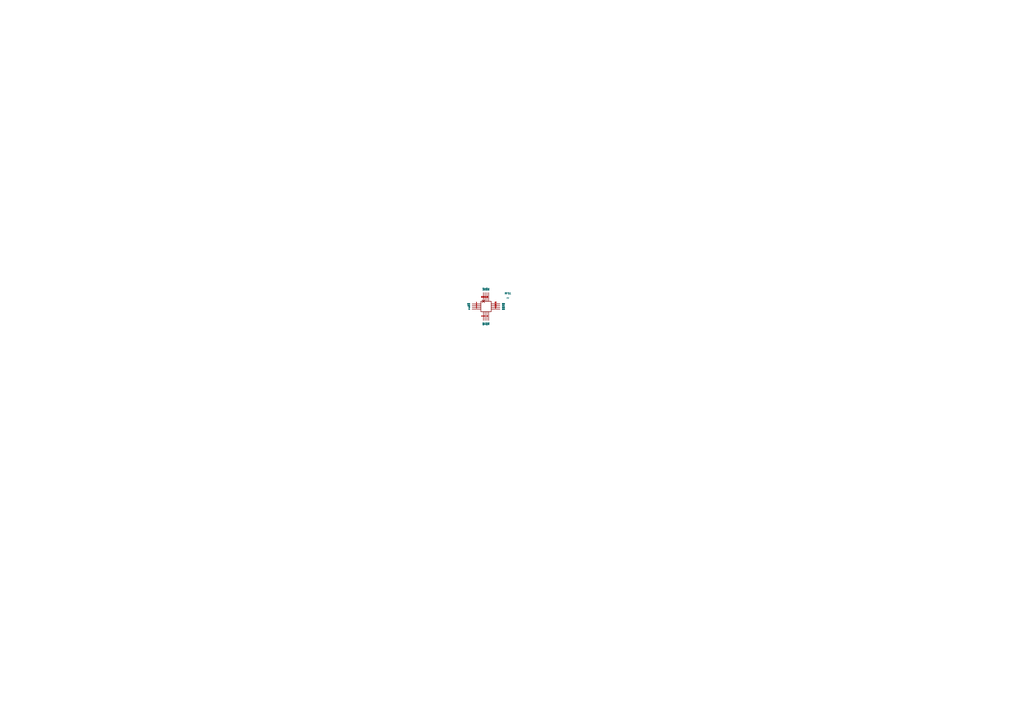
<source format=kicad_sch>
(kicad_sch (version 20231120) (generator "eeschema") (generator_version "8.0")
  (paper "A4")
  (lib_symbols
    (symbol "rf-switch:PE42440MLBB-Z"
      (property "Reference" "RFS" (at 0 0 0))
      (symbol "PE42440MLBB-Z_0_1"
        (rectangle (start -1.5 1.5) (end 1.5 -1.5))
      )
      (symbol "PE42440MLBB-Z_1_1"
        (pin power_in line (at -1.5 0.735 180) (length 2.54) (name "GND") (number "1"))
        (pin power_in line (at 1.5 -0.265 0) (length 2.54) (name "GND") (number "10"))
        (pin unspecified line (at 1.5 0.265 0) (length 2.54) (name "RFC") (number "11"))
        (pin unspecified line (at 1.5 0.765 0) (length 2.54) (name "GND") (number "12"))
        (pin unspecified line (at 0.765 1.5 90) (length 2.54) (name "RF1") (number "13"))
        (pin power_in line (at 0.265 1.5 90) (length 2.54) (name "GND") (number "14"))
        (pin unspecified line (at -0.265 1.5 90) (length 2.54) (name "RF2") (number "15"))
        (pin no_connect line (at -0.765 1.5 90) (length 2.54) (name "N/C") (number "16"))
        (pin power_in line (at -1.5 0.235 180) (length 2.54) (name "VDD") (number "2"))
        (pin power_in line (at -1.5 -0.265 180) (length 2.54) (name "V2") (number "3"))
        (pin power_in line (at -1.5 -0.765 180) (length 2.54) (name "V1") (number "4"))
        (pin power_in line (at -0.765 -1.5 270) (length 2.54) (name "GND") (number "5"))
        (pin unspecified line (at -0.265 -1.5 270) (length 2.54) (name "RF4") (number "6"))
        (pin power_in line (at 0.265 -1.5 270) (length 2.54) (name "GND") (number "7"))
        (pin unspecified line (at 0.765 -1.5 270) (length 2.54) (name "RF3") (number "8"))
        (pin power_in line (at 1.5 -0.765 0) (length 2.54) (name "GND") (number "9"))
      )
    )
  )
  (symbol (lib_id "rf-switch:PE42440MLBB-Z") (at 140.97 88.9 0) (unit 1)
    (property "Reference" "RFS1" (at 147.32 85.1168 0) (effects (font (size 0.5 0.5))))
    (property "Value" "~" (at 147.32 86.3869 0))
    (property "Footprint" "PE42440_rf_switch:PE42440" (effects (hide yes)))
  )
)
</source>
